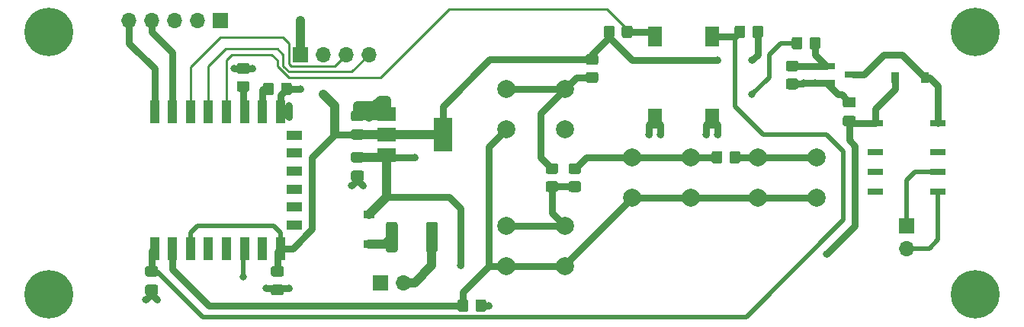
<source format=gbr>
%TF.GenerationSoftware,KiCad,Pcbnew,5.1.12-84ad8e8a86~92~ubuntu20.04.1*%
%TF.CreationDate,2022-01-15T19:27:07+01:00*%
%TF.ProjectId,autotrigger_dslr,6175746f-7472-4696-9767-65725f64736c,rev?*%
%TF.SameCoordinates,Original*%
%TF.FileFunction,Copper,L1,Top*%
%TF.FilePolarity,Positive*%
%FSLAX46Y46*%
G04 Gerber Fmt 4.6, Leading zero omitted, Abs format (unit mm)*
G04 Created by KiCad (PCBNEW 5.1.12-84ad8e8a86~92~ubuntu20.04.1) date 2022-01-15 19:27:07*
%MOMM*%
%LPD*%
G01*
G04 APERTURE LIST*
%TA.AperFunction,ComponentPad*%
%ADD10C,5.400000*%
%TD*%
%TA.AperFunction,ComponentPad*%
%ADD11R,1.700000X1.700000*%
%TD*%
%TA.AperFunction,ComponentPad*%
%ADD12O,1.700000X1.700000*%
%TD*%
%TA.AperFunction,SMDPad,CuDef*%
%ADD13R,1.800000X0.800000*%
%TD*%
%TA.AperFunction,SMDPad,CuDef*%
%ADD14R,1.900000X0.800000*%
%TD*%
%TA.AperFunction,SMDPad,CuDef*%
%ADD15R,1.600000X2.180000*%
%TD*%
%TA.AperFunction,ComponentPad*%
%ADD16C,2.000000*%
%TD*%
%TA.AperFunction,SMDPad,CuDef*%
%ADD17R,1.000000X2.500000*%
%TD*%
%TA.AperFunction,SMDPad,CuDef*%
%ADD18R,1.800000X1.000000*%
%TD*%
%TA.AperFunction,SMDPad,CuDef*%
%ADD19R,2.000000X3.800000*%
%TD*%
%TA.AperFunction,SMDPad,CuDef*%
%ADD20R,2.000000X1.500000*%
%TD*%
%TA.AperFunction,SMDPad,CuDef*%
%ADD21R,0.900000X1.200000*%
%TD*%
%TA.AperFunction,SMDPad,CuDef*%
%ADD22R,1.200000X0.900000*%
%TD*%
%TA.AperFunction,ViaPad*%
%ADD23C,0.800000*%
%TD*%
%TA.AperFunction,Conductor*%
%ADD24C,1.000000*%
%TD*%
%TA.AperFunction,Conductor*%
%ADD25C,0.750000*%
%TD*%
%TA.AperFunction,Conductor*%
%ADD26C,0.500000*%
%TD*%
%TA.AperFunction,Conductor*%
%ADD27C,0.250000*%
%TD*%
G04 APERTURE END LIST*
%TO.P,C1,2*%
%TO.N,GND*%
%TA.AperFunction,SMDPad,CuDef*%
G36*
G01*
X64295000Y-90387500D02*
X65245000Y-90387500D01*
G75*
G02*
X65495000Y-90637500I0J-250000D01*
G01*
X65495000Y-91312500D01*
G75*
G02*
X65245000Y-91562500I-250000J0D01*
G01*
X64295000Y-91562500D01*
G75*
G02*
X64045000Y-91312500I0J250000D01*
G01*
X64045000Y-90637500D01*
G75*
G02*
X64295000Y-90387500I250000J0D01*
G01*
G37*
%TD.AperFunction*%
%TO.P,C1,1*%
%TO.N,+5V*%
%TA.AperFunction,SMDPad,CuDef*%
G36*
G01*
X64295000Y-88312500D02*
X65245000Y-88312500D01*
G75*
G02*
X65495000Y-88562500I0J-250000D01*
G01*
X65495000Y-89237500D01*
G75*
G02*
X65245000Y-89487500I-250000J0D01*
G01*
X64295000Y-89487500D01*
G75*
G02*
X64045000Y-89237500I0J250000D01*
G01*
X64045000Y-88562500D01*
G75*
G02*
X64295000Y-88312500I250000J0D01*
G01*
G37*
%TD.AperFunction*%
%TD*%
%TO.P,C2,1*%
%TO.N,+3V3*%
%TA.AperFunction,SMDPad,CuDef*%
G36*
G01*
X65245000Y-86947500D02*
X64295000Y-86947500D01*
G75*
G02*
X64045000Y-86697500I0J250000D01*
G01*
X64045000Y-86022500D01*
G75*
G02*
X64295000Y-85772500I250000J0D01*
G01*
X65245000Y-85772500D01*
G75*
G02*
X65495000Y-86022500I0J-250000D01*
G01*
X65495000Y-86697500D01*
G75*
G02*
X65245000Y-86947500I-250000J0D01*
G01*
G37*
%TD.AperFunction*%
%TO.P,C2,2*%
%TO.N,GND*%
%TA.AperFunction,SMDPad,CuDef*%
G36*
G01*
X65245000Y-84872500D02*
X64295000Y-84872500D01*
G75*
G02*
X64045000Y-84622500I0J250000D01*
G01*
X64045000Y-83947500D01*
G75*
G02*
X64295000Y-83697500I250000J0D01*
G01*
X65245000Y-83697500D01*
G75*
G02*
X65495000Y-83947500I0J-250000D01*
G01*
X65495000Y-84622500D01*
G75*
G02*
X65245000Y-84872500I-250000J0D01*
G01*
G37*
%TD.AperFunction*%
%TD*%
%TO.P,C3,1*%
%TO.N,rst*%
%TA.AperFunction,SMDPad,CuDef*%
G36*
G01*
X41435000Y-101012500D02*
X42385000Y-101012500D01*
G75*
G02*
X42635000Y-101262500I0J-250000D01*
G01*
X42635000Y-101937500D01*
G75*
G02*
X42385000Y-102187500I-250000J0D01*
G01*
X41435000Y-102187500D01*
G75*
G02*
X41185000Y-101937500I0J250000D01*
G01*
X41185000Y-101262500D01*
G75*
G02*
X41435000Y-101012500I250000J0D01*
G01*
G37*
%TD.AperFunction*%
%TO.P,C3,2*%
%TO.N,GND*%
%TA.AperFunction,SMDPad,CuDef*%
G36*
G01*
X41435000Y-103087500D02*
X42385000Y-103087500D01*
G75*
G02*
X42635000Y-103337500I0J-250000D01*
G01*
X42635000Y-104012500D01*
G75*
G02*
X42385000Y-104262500I-250000J0D01*
G01*
X41435000Y-104262500D01*
G75*
G02*
X41185000Y-104012500I0J250000D01*
G01*
X41185000Y-103337500D01*
G75*
G02*
X41435000Y-103087500I250000J0D01*
G01*
G37*
%TD.AperFunction*%
%TD*%
%TO.P,C4,1*%
%TO.N,+5V*%
%TA.AperFunction,SMDPad,CuDef*%
G36*
G01*
X119855000Y-85445000D02*
X118905000Y-85445000D01*
G75*
G02*
X118655000Y-85195000I0J250000D01*
G01*
X118655000Y-84520000D01*
G75*
G02*
X118905000Y-84270000I250000J0D01*
G01*
X119855000Y-84270000D01*
G75*
G02*
X120105000Y-84520000I0J-250000D01*
G01*
X120105000Y-85195000D01*
G75*
G02*
X119855000Y-85445000I-250000J0D01*
G01*
G37*
%TD.AperFunction*%
%TO.P,C4,2*%
%TO.N,GND*%
%TA.AperFunction,SMDPad,CuDef*%
G36*
G01*
X119855000Y-83370000D02*
X118905000Y-83370000D01*
G75*
G02*
X118655000Y-83120000I0J250000D01*
G01*
X118655000Y-82445000D01*
G75*
G02*
X118905000Y-82195000I250000J0D01*
G01*
X119855000Y-82195000D01*
G75*
G02*
X120105000Y-82445000I0J-250000D01*
G01*
X120105000Y-83120000D01*
G75*
G02*
X119855000Y-83370000I-250000J0D01*
G01*
G37*
%TD.AperFunction*%
%TD*%
%TO.P,C5,2*%
%TO.N,+3V3*%
%TA.AperFunction,SMDPad,CuDef*%
G36*
G01*
X56355000Y-102187500D02*
X55405000Y-102187500D01*
G75*
G02*
X55155000Y-101937500I0J250000D01*
G01*
X55155000Y-101262500D01*
G75*
G02*
X55405000Y-101012500I250000J0D01*
G01*
X56355000Y-101012500D01*
G75*
G02*
X56605000Y-101262500I0J-250000D01*
G01*
X56605000Y-101937500D01*
G75*
G02*
X56355000Y-102187500I-250000J0D01*
G01*
G37*
%TD.AperFunction*%
%TO.P,C5,1*%
%TO.N,GND*%
%TA.AperFunction,SMDPad,CuDef*%
G36*
G01*
X56355000Y-104262500D02*
X55405000Y-104262500D01*
G75*
G02*
X55155000Y-104012500I0J250000D01*
G01*
X55155000Y-103337500D01*
G75*
G02*
X55405000Y-103087500I250000J0D01*
G01*
X56355000Y-103087500D01*
G75*
G02*
X56605000Y-103337500I0J-250000D01*
G01*
X56605000Y-104012500D01*
G75*
G02*
X56355000Y-104262500I-250000J0D01*
G01*
G37*
%TD.AperFunction*%
%TD*%
D10*
%TO.P,H1,1*%
%TO.N,GND*%
X30480000Y-74930000D03*
%TD*%
%TO.P,H2,1*%
%TO.N,GND*%
X30480000Y-104140000D03*
%TD*%
%TO.P,H3,1*%
%TO.N,GND*%
X133350000Y-104140000D03*
%TD*%
%TO.P,H4,1*%
%TO.N,GND*%
X133350000Y-74930000D03*
%TD*%
D11*
%TO.P,J1,1*%
%TO.N,GND*%
X49530000Y-73660000D03*
D12*
%TO.P,J1,2*%
%TO.N,+5V*%
X46990000Y-73660000D03*
%TO.P,J1,3*%
%TO.N,+3V3*%
X44450000Y-73660000D03*
%TO.P,J1,4*%
%TO.N,RX*%
X41910000Y-73660000D03*
%TO.P,J1,5*%
%TO.N,TX*%
X39370000Y-73660000D03*
%TD*%
D11*
%TO.P,J2,1*%
%TO.N,GND*%
X58420000Y-77470000D03*
D12*
%TO.P,J2,2*%
%TO.N,+3V3*%
X60960000Y-77470000D03*
%TO.P,J2,3*%
%TO.N,scl*%
X63500000Y-77470000D03*
%TO.P,J2,4*%
%TO.N,sda*%
X66040000Y-77470000D03*
%TD*%
D11*
%TO.P,J3,1*%
%TO.N,trig2*%
X125730000Y-96520000D03*
D12*
%TO.P,J3,2*%
%TO.N,trig1*%
X125730000Y-99060000D03*
%TD*%
%TO.P,J4,2*%
%TO.N,Vin*%
X69850000Y-102870000D03*
D11*
%TO.P,J4,1*%
%TO.N,GND*%
X67310000Y-102870000D03*
%TD*%
D13*
%TO.P,K1,8*%
%TO.N,Net-(D1-Pad2)*%
X129230000Y-85100000D03*
%TO.P,K1,7*%
%TO.N,Net-(K1-Pad7)*%
X129230000Y-88300000D03*
%TO.P,K1,6*%
%TO.N,trig2*%
X129230000Y-90500000D03*
%TO.P,K1,5*%
%TO.N,trig1*%
X129230000Y-92700000D03*
%TO.P,K1,4*%
%TO.N,Net-(K1-Pad4)*%
X122230000Y-92700000D03*
%TO.P,K1,3*%
%TO.N,Net-(K1-Pad3)*%
X122230000Y-90500000D03*
%TO.P,K1,2*%
%TO.N,Net-(K1-Pad2)*%
X122230000Y-88300000D03*
%TO.P,K1,1*%
%TO.N,+5V*%
X122230000Y-85100000D03*
%TD*%
D14*
%TO.P,Q1,1*%
%TO.N,Net-(Q1-Pad1)*%
X116840000Y-78740000D03*
%TO.P,Q1,2*%
%TO.N,GND*%
X116840000Y-80640000D03*
%TO.P,Q1,3*%
%TO.N,Net-(D1-Pad2)*%
X119840000Y-79690000D03*
%TD*%
%TO.P,R1,1*%
%TO.N,+3V3*%
%TA.AperFunction,SMDPad,CuDef*%
G36*
G01*
X109820000Y-74479999D02*
X109820000Y-75380001D01*
G75*
G02*
X109570001Y-75630000I-249999J0D01*
G01*
X108869999Y-75630000D01*
G75*
G02*
X108620000Y-75380001I0J249999D01*
G01*
X108620000Y-74479999D01*
G75*
G02*
X108869999Y-74230000I249999J0D01*
G01*
X109570001Y-74230000D01*
G75*
G02*
X109820000Y-74479999I0J-249999D01*
G01*
G37*
%TD.AperFunction*%
%TO.P,R1,2*%
%TO.N,rst*%
%TA.AperFunction,SMDPad,CuDef*%
G36*
G01*
X107820000Y-74479999D02*
X107820000Y-75380001D01*
G75*
G02*
X107570001Y-75630000I-249999J0D01*
G01*
X106869999Y-75630000D01*
G75*
G02*
X106620000Y-75380001I0J249999D01*
G01*
X106620000Y-74479999D01*
G75*
G02*
X106869999Y-74230000I249999J0D01*
G01*
X107570001Y-74230000D01*
G75*
G02*
X107820000Y-74479999I0J-249999D01*
G01*
G37*
%TD.AperFunction*%
%TD*%
%TO.P,R2,2*%
%TO.N,boot*%
%TA.AperFunction,SMDPad,CuDef*%
G36*
G01*
X94110000Y-75380001D02*
X94110000Y-74479999D01*
G75*
G02*
X94359999Y-74230000I249999J0D01*
G01*
X95060001Y-74230000D01*
G75*
G02*
X95310000Y-74479999I0J-249999D01*
G01*
X95310000Y-75380001D01*
G75*
G02*
X95060001Y-75630000I-249999J0D01*
G01*
X94359999Y-75630000D01*
G75*
G02*
X94110000Y-75380001I0J249999D01*
G01*
G37*
%TD.AperFunction*%
%TO.P,R2,1*%
%TO.N,+3V3*%
%TA.AperFunction,SMDPad,CuDef*%
G36*
G01*
X92110000Y-75380001D02*
X92110000Y-74479999D01*
G75*
G02*
X92359999Y-74230000I249999J0D01*
G01*
X93060001Y-74230000D01*
G75*
G02*
X93310000Y-74479999I0J-249999D01*
G01*
X93310000Y-75380001D01*
G75*
G02*
X93060001Y-75630000I-249999J0D01*
G01*
X92359999Y-75630000D01*
G75*
G02*
X92110000Y-75380001I0J249999D01*
G01*
G37*
%TD.AperFunction*%
%TD*%
%TO.P,R3,1*%
%TO.N,Net-(Q1-Pad1)*%
%TA.AperFunction,SMDPad,CuDef*%
G36*
G01*
X116170000Y-75749999D02*
X116170000Y-76650001D01*
G75*
G02*
X115920001Y-76900000I-249999J0D01*
G01*
X115219999Y-76900000D01*
G75*
G02*
X114970000Y-76650001I0J249999D01*
G01*
X114970000Y-75749999D01*
G75*
G02*
X115219999Y-75500000I249999J0D01*
G01*
X115920001Y-75500000D01*
G75*
G02*
X116170000Y-75749999I0J-249999D01*
G01*
G37*
%TD.AperFunction*%
%TO.P,R3,2*%
%TO.N,relay*%
%TA.AperFunction,SMDPad,CuDef*%
G36*
G01*
X114170000Y-75749999D02*
X114170000Y-76650001D01*
G75*
G02*
X113920001Y-76900000I-249999J0D01*
G01*
X113219999Y-76900000D01*
G75*
G02*
X112970000Y-76650001I0J249999D01*
G01*
X112970000Y-75749999D01*
G75*
G02*
X113219999Y-75500000I249999J0D01*
G01*
X113920001Y-75500000D01*
G75*
G02*
X114170000Y-75749999I0J-249999D01*
G01*
G37*
%TD.AperFunction*%
%TD*%
%TO.P,R4,2*%
%TO.N,GND*%
%TA.AperFunction,SMDPad,CuDef*%
G36*
G01*
X112579999Y-80140000D02*
X113480001Y-80140000D01*
G75*
G02*
X113730000Y-80389999I0J-249999D01*
G01*
X113730000Y-81090001D01*
G75*
G02*
X113480001Y-81340000I-249999J0D01*
G01*
X112579999Y-81340000D01*
G75*
G02*
X112330000Y-81090001I0J249999D01*
G01*
X112330000Y-80389999D01*
G75*
G02*
X112579999Y-80140000I249999J0D01*
G01*
G37*
%TD.AperFunction*%
%TO.P,R4,1*%
%TO.N,Net-(Q1-Pad1)*%
%TA.AperFunction,SMDPad,CuDef*%
G36*
G01*
X112579999Y-78140000D02*
X113480001Y-78140000D01*
G75*
G02*
X113730000Y-78389999I0J-249999D01*
G01*
X113730000Y-79090001D01*
G75*
G02*
X113480001Y-79340000I-249999J0D01*
G01*
X112579999Y-79340000D01*
G75*
G02*
X112330000Y-79090001I0J249999D01*
G01*
X112330000Y-78389999D01*
G75*
G02*
X112579999Y-78140000I249999J0D01*
G01*
G37*
%TD.AperFunction*%
%TD*%
%TO.P,R5,2*%
%TO.N,+3V3*%
%TA.AperFunction,SMDPad,CuDef*%
G36*
G01*
X91255001Y-78610000D02*
X90354999Y-78610000D01*
G75*
G02*
X90105000Y-78360001I0J249999D01*
G01*
X90105000Y-77659999D01*
G75*
G02*
X90354999Y-77410000I249999J0D01*
G01*
X91255001Y-77410000D01*
G75*
G02*
X91505000Y-77659999I0J-249999D01*
G01*
X91505000Y-78360001D01*
G75*
G02*
X91255001Y-78610000I-249999J0D01*
G01*
G37*
%TD.AperFunction*%
%TO.P,R5,1*%
%TO.N,Net-(R5-Pad1)*%
%TA.AperFunction,SMDPad,CuDef*%
G36*
G01*
X91255001Y-80610000D02*
X90354999Y-80610000D01*
G75*
G02*
X90105000Y-80360001I0J249999D01*
G01*
X90105000Y-79659999D01*
G75*
G02*
X90354999Y-79410000I249999J0D01*
G01*
X91255001Y-79410000D01*
G75*
G02*
X91505000Y-79659999I0J-249999D01*
G01*
X91505000Y-80360001D01*
G75*
G02*
X91255001Y-80610000I-249999J0D01*
G01*
G37*
%TD.AperFunction*%
%TD*%
%TO.P,R6,1*%
%TO.N,Net-(R6-Pad1)*%
%TA.AperFunction,SMDPad,CuDef*%
G36*
G01*
X86810001Y-92770000D02*
X85909999Y-92770000D01*
G75*
G02*
X85660000Y-92520001I0J249999D01*
G01*
X85660000Y-91819999D01*
G75*
G02*
X85909999Y-91570000I249999J0D01*
G01*
X86810001Y-91570000D01*
G75*
G02*
X87060000Y-91819999I0J-249999D01*
G01*
X87060000Y-92520001D01*
G75*
G02*
X86810001Y-92770000I-249999J0D01*
G01*
G37*
%TD.AperFunction*%
%TO.P,R6,2*%
%TO.N,Net-(R5-Pad1)*%
%TA.AperFunction,SMDPad,CuDef*%
G36*
G01*
X86810001Y-90770000D02*
X85909999Y-90770000D01*
G75*
G02*
X85660000Y-90520001I0J249999D01*
G01*
X85660000Y-89819999D01*
G75*
G02*
X85909999Y-89570000I249999J0D01*
G01*
X86810001Y-89570000D01*
G75*
G02*
X87060000Y-89819999I0J-249999D01*
G01*
X87060000Y-90520001D01*
G75*
G02*
X86810001Y-90770000I-249999J0D01*
G01*
G37*
%TD.AperFunction*%
%TD*%
%TO.P,R7,2*%
%TO.N,Net-(R6-Pad1)*%
%TA.AperFunction,SMDPad,CuDef*%
G36*
G01*
X88449999Y-91570000D02*
X89350001Y-91570000D01*
G75*
G02*
X89600000Y-91819999I0J-249999D01*
G01*
X89600000Y-92520001D01*
G75*
G02*
X89350001Y-92770000I-249999J0D01*
G01*
X88449999Y-92770000D01*
G75*
G02*
X88200000Y-92520001I0J249999D01*
G01*
X88200000Y-91819999D01*
G75*
G02*
X88449999Y-91570000I249999J0D01*
G01*
G37*
%TD.AperFunction*%
%TO.P,R7,1*%
%TO.N,Net-(R7-Pad1)*%
%TA.AperFunction,SMDPad,CuDef*%
G36*
G01*
X88449999Y-89570000D02*
X89350001Y-89570000D01*
G75*
G02*
X89600000Y-89819999I0J-249999D01*
G01*
X89600000Y-90520001D01*
G75*
G02*
X89350001Y-90770000I-249999J0D01*
G01*
X88449999Y-90770000D01*
G75*
G02*
X88200000Y-90520001I0J249999D01*
G01*
X88200000Y-89819999D01*
G75*
G02*
X88449999Y-89570000I249999J0D01*
G01*
G37*
%TD.AperFunction*%
%TD*%
%TO.P,R8,1*%
%TO.N,Net-(R8-Pad1)*%
%TA.AperFunction,SMDPad,CuDef*%
G36*
G01*
X107280000Y-88449999D02*
X107280000Y-89350001D01*
G75*
G02*
X107030001Y-89600000I-249999J0D01*
G01*
X106329999Y-89600000D01*
G75*
G02*
X106080000Y-89350001I0J249999D01*
G01*
X106080000Y-88449999D01*
G75*
G02*
X106329999Y-88200000I249999J0D01*
G01*
X107030001Y-88200000D01*
G75*
G02*
X107280000Y-88449999I0J-249999D01*
G01*
G37*
%TD.AperFunction*%
%TO.P,R8,2*%
%TO.N,Net-(R7-Pad1)*%
%TA.AperFunction,SMDPad,CuDef*%
G36*
G01*
X105280000Y-88449999D02*
X105280000Y-89350001D01*
G75*
G02*
X105030001Y-89600000I-249999J0D01*
G01*
X104329999Y-89600000D01*
G75*
G02*
X104080000Y-89350001I0J249999D01*
G01*
X104080000Y-88449999D01*
G75*
G02*
X104329999Y-88200000I249999J0D01*
G01*
X105030001Y-88200000D01*
G75*
G02*
X105280000Y-88449999I0J-249999D01*
G01*
G37*
%TD.AperFunction*%
%TD*%
%TO.P,R9,2*%
%TO.N,GND*%
%TA.AperFunction,SMDPad,CuDef*%
G36*
G01*
X77870000Y-105860001D02*
X77870000Y-104959999D01*
G75*
G02*
X78119999Y-104710000I249999J0D01*
G01*
X78820001Y-104710000D01*
G75*
G02*
X79070000Y-104959999I0J-249999D01*
G01*
X79070000Y-105860001D01*
G75*
G02*
X78820001Y-106110000I-249999J0D01*
G01*
X78119999Y-106110000D01*
G75*
G02*
X77870000Y-105860001I0J249999D01*
G01*
G37*
%TD.AperFunction*%
%TO.P,R9,1*%
%TO.N,a_sw*%
%TA.AperFunction,SMDPad,CuDef*%
G36*
G01*
X75870000Y-105860001D02*
X75870000Y-104959999D01*
G75*
G02*
X76119999Y-104710000I249999J0D01*
G01*
X76820001Y-104710000D01*
G75*
G02*
X77070000Y-104959999I0J-249999D01*
G01*
X77070000Y-105860001D01*
G75*
G02*
X76820001Y-106110000I-249999J0D01*
G01*
X76119999Y-106110000D01*
G75*
G02*
X75870000Y-105860001I0J249999D01*
G01*
G37*
%TD.AperFunction*%
%TD*%
%TO.P,R10,1*%
%TO.N,+3V3*%
%TA.AperFunction,SMDPad,CuDef*%
G36*
G01*
X51619999Y-78410000D02*
X52520001Y-78410000D01*
G75*
G02*
X52770000Y-78659999I0J-249999D01*
G01*
X52770000Y-79360001D01*
G75*
G02*
X52520001Y-79610000I-249999J0D01*
G01*
X51619999Y-79610000D01*
G75*
G02*
X51370000Y-79360001I0J249999D01*
G01*
X51370000Y-78659999D01*
G75*
G02*
X51619999Y-78410000I249999J0D01*
G01*
G37*
%TD.AperFunction*%
%TO.P,R10,2*%
%TO.N,Net-(R10-Pad2)*%
%TA.AperFunction,SMDPad,CuDef*%
G36*
G01*
X51619999Y-80410000D02*
X52520001Y-80410000D01*
G75*
G02*
X52770000Y-80659999I0J-249999D01*
G01*
X52770000Y-81360001D01*
G75*
G02*
X52520001Y-81610000I-249999J0D01*
G01*
X51619999Y-81610000D01*
G75*
G02*
X51370000Y-81360001I0J249999D01*
G01*
X51370000Y-80659999D01*
G75*
G02*
X51619999Y-80410000I249999J0D01*
G01*
G37*
%TD.AperFunction*%
%TD*%
%TO.P,R11,1*%
%TO.N,GND*%
%TA.AperFunction,SMDPad,CuDef*%
G36*
G01*
X57480000Y-80829999D02*
X57480000Y-81730001D01*
G75*
G02*
X57230001Y-81980000I-249999J0D01*
G01*
X56529999Y-81980000D01*
G75*
G02*
X56280000Y-81730001I0J249999D01*
G01*
X56280000Y-80829999D01*
G75*
G02*
X56529999Y-80580000I249999J0D01*
G01*
X57230001Y-80580000D01*
G75*
G02*
X57480000Y-80829999I0J-249999D01*
G01*
G37*
%TD.AperFunction*%
%TO.P,R11,2*%
%TO.N,Net-(R11-Pad2)*%
%TA.AperFunction,SMDPad,CuDef*%
G36*
G01*
X55480000Y-80829999D02*
X55480000Y-81730001D01*
G75*
G02*
X55230001Y-81980000I-249999J0D01*
G01*
X54529999Y-81980000D01*
G75*
G02*
X54280000Y-81730001I0J249999D01*
G01*
X54280000Y-80829999D01*
G75*
G02*
X54529999Y-80580000I249999J0D01*
G01*
X55230001Y-80580000D01*
G75*
G02*
X55480000Y-80829999I0J-249999D01*
G01*
G37*
%TD.AperFunction*%
%TD*%
D15*
%TO.P,SW1,2*%
%TO.N,rst*%
X104140000Y-75420000D03*
%TO.P,SW1,1*%
%TO.N,GND*%
X104140000Y-84600000D03*
%TD*%
%TO.P,SW2,1*%
%TO.N,GND*%
X97790000Y-84600000D03*
%TO.P,SW2,2*%
%TO.N,boot*%
X97790000Y-75420000D03*
%TD*%
D16*
%TO.P,SW3,1*%
%TO.N,Net-(R5-Pad1)*%
X87780000Y-81280000D03*
%TO.P,SW3,2*%
%TO.N,a_sw*%
X87780000Y-85780000D03*
%TO.P,SW3,1*%
%TO.N,Net-(R5-Pad1)*%
X81280000Y-81280000D03*
%TO.P,SW3,2*%
%TO.N,a_sw*%
X81280000Y-85780000D03*
%TD*%
%TO.P,SW4,2*%
%TO.N,a_sw*%
X81280000Y-101020000D03*
%TO.P,SW4,1*%
%TO.N,Net-(R6-Pad1)*%
X81280000Y-96520000D03*
%TO.P,SW4,2*%
%TO.N,a_sw*%
X87780000Y-101020000D03*
%TO.P,SW4,1*%
%TO.N,Net-(R6-Pad1)*%
X87780000Y-96520000D03*
%TD*%
%TO.P,SW5,1*%
%TO.N,Net-(R7-Pad1)*%
X101750000Y-88900000D03*
%TO.P,SW5,2*%
%TO.N,a_sw*%
X101750000Y-93400000D03*
%TO.P,SW5,1*%
%TO.N,Net-(R7-Pad1)*%
X95250000Y-88900000D03*
%TO.P,SW5,2*%
%TO.N,a_sw*%
X95250000Y-93400000D03*
%TD*%
%TO.P,SW6,2*%
%TO.N,a_sw*%
X109220000Y-93400000D03*
%TO.P,SW6,1*%
%TO.N,Net-(R8-Pad1)*%
X109220000Y-88900000D03*
%TO.P,SW6,2*%
%TO.N,a_sw*%
X115720000Y-93400000D03*
%TO.P,SW6,1*%
%TO.N,Net-(R8-Pad1)*%
X115720000Y-88900000D03*
%TD*%
D17*
%TO.P,U1,1*%
%TO.N,rst*%
X42220000Y-99040000D03*
%TO.P,U1,2*%
%TO.N,a_sw*%
X44220000Y-99040000D03*
%TO.P,U1,3*%
%TO.N,+3V3*%
X46220000Y-99040000D03*
%TO.P,U1,4*%
%TO.N,Net-(U1-Pad4)*%
X48220000Y-99040000D03*
%TO.P,U1,5*%
%TO.N,Net-(U1-Pad5)*%
X50220000Y-99040000D03*
%TO.P,U1,6*%
%TO.N,relay*%
X52220000Y-99040000D03*
%TO.P,U1,7*%
%TO.N,Net-(U1-Pad7)*%
X54220000Y-99040000D03*
%TO.P,U1,8*%
%TO.N,+3V3*%
X56220000Y-99040000D03*
D18*
%TO.P,U1,9*%
%TO.N,Net-(U1-Pad9)*%
X57720000Y-96440000D03*
%TO.P,U1,10*%
%TO.N,Net-(U1-Pad10)*%
X57720000Y-94440000D03*
%TO.P,U1,11*%
%TO.N,Net-(U1-Pad11)*%
X57720000Y-92440000D03*
%TO.P,U1,12*%
%TO.N,Net-(U1-Pad12)*%
X57720000Y-90440000D03*
%TO.P,U1,13*%
%TO.N,Net-(U1-Pad13)*%
X57720000Y-88440000D03*
%TO.P,U1,14*%
%TO.N,Net-(U1-Pad14)*%
X57720000Y-86440000D03*
D17*
%TO.P,U1,15*%
%TO.N,GND*%
X56220000Y-83840000D03*
%TO.P,U1,16*%
%TO.N,Net-(R11-Pad2)*%
X54220000Y-83840000D03*
%TO.P,U1,17*%
%TO.N,Net-(R10-Pad2)*%
X52220000Y-83840000D03*
%TO.P,U1,18*%
%TO.N,boot*%
X50220000Y-83840000D03*
%TO.P,U1,19*%
%TO.N,sda*%
X48220000Y-83840000D03*
%TO.P,U1,20*%
%TO.N,scl*%
X46220000Y-83840000D03*
%TO.P,U1,21*%
%TO.N,RX*%
X44220000Y-83840000D03*
%TO.P,U1,22*%
%TO.N,TX*%
X42220000Y-83840000D03*
%TD*%
D19*
%TO.P,U2,2*%
%TO.N,+3V3*%
X74270000Y-86360000D03*
D20*
X67970000Y-86360000D03*
%TO.P,U2,3*%
%TO.N,+5V*%
X67970000Y-88660000D03*
%TO.P,U2,1*%
%TO.N,GND*%
X67970000Y-84060000D03*
%TD*%
D21*
%TO.P,D1,1*%
%TO.N,+5V*%
X124460000Y-80010000D03*
%TO.P,D1,2*%
%TO.N,Net-(D1-Pad2)*%
X127760000Y-80010000D03*
%TD*%
D22*
%TO.P,D2,1*%
%TO.N,+5V*%
X66040000Y-95250000D03*
%TO.P,D2,2*%
%TO.N,Net-(D2-Pad2)*%
X66040000Y-98550000D03*
%TD*%
%TO.P,F1,1*%
%TO.N,Net-(D2-Pad2)*%
%TA.AperFunction,SMDPad,CuDef*%
G36*
G01*
X67930000Y-99240001D02*
X67930000Y-96339999D01*
G75*
G02*
X68179999Y-96090000I249999J0D01*
G01*
X68980001Y-96090000D01*
G75*
G02*
X69230000Y-96339999I0J-249999D01*
G01*
X69230000Y-99240001D01*
G75*
G02*
X68980001Y-99490000I-249999J0D01*
G01*
X68179999Y-99490000D01*
G75*
G02*
X67930000Y-99240001I0J249999D01*
G01*
G37*
%TD.AperFunction*%
%TO.P,F1,2*%
%TO.N,Vin*%
%TA.AperFunction,SMDPad,CuDef*%
G36*
G01*
X72380000Y-99240001D02*
X72380000Y-96339999D01*
G75*
G02*
X72629999Y-96090000I249999J0D01*
G01*
X73430001Y-96090000D01*
G75*
G02*
X73680000Y-96339999I0J-249999D01*
G01*
X73680000Y-99240001D01*
G75*
G02*
X73430001Y-99490000I-249999J0D01*
G01*
X72629999Y-99490000D01*
G75*
G02*
X72380000Y-99240001I0J249999D01*
G01*
G37*
%TD.AperFunction*%
%TD*%
D23*
%TO.N,GND*%
X58420000Y-73660000D03*
X58420000Y-81280000D03*
X57150000Y-83185000D03*
X57150000Y-84455000D03*
X41275000Y-104775000D03*
X42545000Y-104775000D03*
X54610000Y-103505000D03*
X57150000Y-103505000D03*
X79375000Y-105410000D03*
X97155000Y-86360000D03*
X98425000Y-86360000D03*
X103505000Y-86360000D03*
X104775000Y-86360000D03*
X114300000Y-80645000D03*
X115570000Y-80645000D03*
X118110000Y-81915000D03*
X64770000Y-83185000D03*
X66040000Y-83185000D03*
X66040000Y-84455000D03*
X67945000Y-82550000D03*
X64135000Y-92075000D03*
X65405000Y-92075000D03*
%TO.N,+5V*%
X116840000Y-99695000D03*
X76200000Y-100965000D03*
X71120000Y-88900000D03*
%TO.N,+3V3*%
X60960000Y-81915000D03*
X104775000Y-78105000D03*
X108585000Y-78105000D03*
X51080001Y-79020001D03*
X53059999Y-79020001D03*
%TO.N,relay*%
X108585000Y-81915000D03*
X52070000Y-102235000D03*
%TD*%
D24*
%TO.N,GND*%
X58420000Y-77470000D02*
X58420000Y-73660000D01*
D25*
X114205000Y-80740000D02*
X114300000Y-80645000D01*
X113030000Y-80740000D02*
X114205000Y-80740000D01*
X116835000Y-80645000D02*
X116840000Y-80640000D01*
X114300000Y-80645000D02*
X116835000Y-80645000D01*
X116840000Y-80645000D02*
X118110000Y-81915000D01*
X116840000Y-80640000D02*
X116840000Y-80645000D01*
X118512500Y-81915000D02*
X119380000Y-82782500D01*
X118110000Y-81915000D02*
X118512500Y-81915000D01*
X104775000Y-85235000D02*
X104140000Y-84600000D01*
X104775000Y-86360000D02*
X104775000Y-85235000D01*
X103505000Y-85235000D02*
X104140000Y-84600000D01*
X103505000Y-86360000D02*
X103505000Y-85235000D01*
X97155000Y-85235000D02*
X97790000Y-84600000D01*
X97155000Y-86360000D02*
X97155000Y-85235000D01*
X98425000Y-85235000D02*
X97790000Y-84600000D01*
X98425000Y-86360000D02*
X98425000Y-85235000D01*
X56880000Y-81280000D02*
X58420000Y-81280000D01*
X56220000Y-81940000D02*
X56880000Y-81280000D01*
X56220000Y-83840000D02*
X56220000Y-81940000D01*
X56495000Y-83840000D02*
X57150000Y-83185000D01*
X56220000Y-83840000D02*
X56495000Y-83840000D01*
X56535000Y-83840000D02*
X57150000Y-84455000D01*
X56220000Y-83840000D02*
X56535000Y-83840000D01*
X57150000Y-84455000D02*
X57150000Y-83185000D01*
X55710000Y-103505000D02*
X55880000Y-103675000D01*
X54610000Y-103505000D02*
X55710000Y-103505000D01*
X56050000Y-103505000D02*
X55880000Y-103675000D01*
X57150000Y-103505000D02*
X56050000Y-103505000D01*
X41275000Y-104775000D02*
X41910000Y-104140000D01*
X41910000Y-104140000D02*
X41910000Y-103675000D01*
X42545000Y-104775000D02*
X41910000Y-104140000D01*
X79375000Y-105410000D02*
X78470000Y-105410000D01*
X64770000Y-91440000D02*
X64135000Y-92075000D01*
X64770000Y-90975000D02*
X64770000Y-91440000D01*
X65405000Y-92075000D02*
X64770000Y-91440000D01*
D24*
X67745000Y-84285000D02*
X67970000Y-84060000D01*
X64770000Y-84285000D02*
X67745000Y-84285000D01*
X67970000Y-82575000D02*
X67945000Y-82550000D01*
X67970000Y-84060000D02*
X67970000Y-82575000D01*
X67945000Y-82550000D02*
X67310000Y-82550000D01*
X67310000Y-82550000D02*
X66675000Y-83185000D01*
X66675000Y-83185000D02*
X64770000Y-83185000D01*
X64770000Y-83185000D02*
X64770000Y-84285000D01*
X66040000Y-84455000D02*
X64770000Y-83185000D01*
X66040000Y-83185000D02*
X66040000Y-84455000D01*
X67970000Y-84060000D02*
X66915000Y-84060000D01*
X66915000Y-84060000D02*
X66040000Y-83185000D01*
X67945000Y-82550000D02*
X66040000Y-84455000D01*
D25*
%TO.N,+5V*%
X124460000Y-80010000D02*
X124460000Y-81280000D01*
X122230000Y-83510000D02*
X122230000Y-85100000D01*
X124460000Y-81280000D02*
X122230000Y-83510000D01*
D24*
X67730000Y-88900000D02*
X67970000Y-88660000D01*
X64770000Y-88900000D02*
X67730000Y-88900000D01*
X67970000Y-93320000D02*
X67970000Y-88660000D01*
X66040000Y-95250000D02*
X67970000Y-93320000D01*
D25*
X119622500Y-85100000D02*
X119380000Y-84857500D01*
X122230000Y-85100000D02*
X119622500Y-85100000D01*
X119380000Y-84857500D02*
X119380000Y-86995000D01*
X119380000Y-86995000D02*
X120015000Y-87630000D01*
X120015000Y-87630000D02*
X120015000Y-96520000D01*
X120015000Y-96520000D02*
X116840000Y-99695000D01*
X74905000Y-93320000D02*
X67970000Y-93320000D01*
X76200000Y-94615000D02*
X74905000Y-93320000D01*
X76200000Y-100965000D02*
X76200000Y-94615000D01*
X68210000Y-88900000D02*
X67970000Y-88660000D01*
X71120000Y-88900000D02*
X68210000Y-88900000D01*
%TO.N,+3V3*%
X55880000Y-99380000D02*
X56220000Y-99040000D01*
X55880000Y-101600000D02*
X55880000Y-99380000D01*
D24*
X64770000Y-86360000D02*
X67970000Y-86360000D01*
X67970000Y-86360000D02*
X74270000Y-86360000D01*
D26*
X46220000Y-99040000D02*
X46220000Y-97290000D01*
X46220000Y-97290000D02*
X46990000Y-96520000D01*
X56220000Y-97290000D02*
X56220000Y-99040000D01*
X55450000Y-96520000D02*
X56220000Y-97290000D01*
X46990000Y-96520000D02*
X55450000Y-96520000D01*
D25*
X64770000Y-86360000D02*
X62230000Y-86360000D01*
X62230000Y-86360000D02*
X59690000Y-88900000D01*
X57555002Y-99040000D02*
X56220000Y-99040000D01*
X59690000Y-96905002D02*
X57555002Y-99040000D01*
X59690000Y-88900000D02*
X59690000Y-96905002D01*
D24*
X62230000Y-83185000D02*
X62230000Y-86360000D01*
X60960000Y-81915000D02*
X62230000Y-83185000D01*
D25*
X90170000Y-78010000D02*
X79470000Y-78010000D01*
X74270000Y-83210000D02*
X74270000Y-86360000D01*
X79470000Y-78010000D02*
X74270000Y-83210000D01*
X95250000Y-78105000D02*
X104775000Y-78105000D01*
X108585000Y-78105000D02*
X109220000Y-77470000D01*
X109220000Y-77470000D02*
X109220000Y-74930000D01*
X52059999Y-79020001D02*
X52070000Y-79010000D01*
X51080001Y-79020001D02*
X52059999Y-79020001D01*
X52080001Y-79020001D02*
X52070000Y-79010000D01*
X53059999Y-79020001D02*
X52080001Y-79020001D01*
X90805000Y-78010000D02*
X90805000Y-77470000D01*
X92710000Y-75565000D02*
X92710000Y-74930000D01*
X90805000Y-77470000D02*
X92710000Y-75565000D01*
X95250000Y-78105000D02*
X92710000Y-75565000D01*
%TO.N,rst*%
X106730000Y-75420000D02*
X107220000Y-74930000D01*
X104140000Y-75420000D02*
X106730000Y-75420000D01*
X41910000Y-99350000D02*
X42220000Y-99040000D01*
X41910000Y-101600000D02*
X41910000Y-99350000D01*
D26*
X109855000Y-86360000D02*
X106730000Y-83235000D01*
X118745000Y-88265000D02*
X116840000Y-86360000D01*
X106730000Y-83235000D02*
X106730000Y-75420000D01*
X118745000Y-95885000D02*
X118745000Y-88265000D01*
X107950000Y-106680000D02*
X118745000Y-95885000D01*
X47625000Y-106680000D02*
X107950000Y-106680000D01*
X116840000Y-86360000D02*
X109855000Y-86360000D01*
X42545000Y-101600000D02*
X47625000Y-106680000D01*
X41910000Y-101600000D02*
X42545000Y-101600000D01*
D25*
%TO.N,RX*%
X41910000Y-73660000D02*
X41910000Y-74930000D01*
X44220000Y-77240000D02*
X44220000Y-83840000D01*
X41910000Y-74930000D02*
X44220000Y-77240000D01*
%TO.N,TX*%
X39370000Y-73660000D02*
X39370000Y-76200000D01*
X42220000Y-79050000D02*
X42220000Y-83840000D01*
X39370000Y-76200000D02*
X42220000Y-79050000D01*
D27*
%TO.N,scl*%
X63500000Y-77470000D02*
X62230000Y-78740000D01*
X57404998Y-78740000D02*
X57150000Y-78485002D01*
X62230000Y-78740000D02*
X57404998Y-78740000D01*
X57150000Y-78485002D02*
X57150000Y-76200000D01*
X57150000Y-76200000D02*
X56515000Y-75565000D01*
X56515000Y-75565000D02*
X49530000Y-75565000D01*
X46220000Y-78875000D02*
X46220000Y-83840000D01*
X49530000Y-75565000D02*
X46220000Y-78875000D01*
%TO.N,sda*%
X50165000Y-76835000D02*
X48220000Y-78780000D01*
X48220000Y-78780000D02*
X48220000Y-83840000D01*
X55880000Y-76835000D02*
X50165000Y-76835000D01*
X56515000Y-77470000D02*
X55880000Y-76835000D01*
X56515000Y-77470000D02*
X56515000Y-78740000D01*
X56515000Y-78740000D02*
X57150000Y-79375000D01*
X64135000Y-79375000D02*
X66040000Y-77470000D01*
X57150000Y-79375000D02*
X64135000Y-79375000D01*
D26*
%TO.N,trig2*%
X129230000Y-90500000D02*
X126670000Y-90500000D01*
X125730000Y-91440000D02*
X125730000Y-96520000D01*
X126670000Y-90500000D02*
X125730000Y-91440000D01*
%TO.N,trig1*%
X129230000Y-92700000D02*
X129230000Y-98100000D01*
X128270000Y-99060000D02*
X125730000Y-99060000D01*
X129230000Y-98100000D02*
X128270000Y-99060000D01*
D25*
%TO.N,Net-(Q1-Pad1)*%
X115570000Y-77470000D02*
X116840000Y-78740000D01*
X115570000Y-76200000D02*
X115570000Y-77470000D01*
X113030000Y-78740000D02*
X116840000Y-78740000D01*
%TO.N,boot*%
X97300000Y-74930000D02*
X97790000Y-75420000D01*
X94980000Y-74930000D02*
X97300000Y-74930000D01*
D27*
X55245000Y-77470000D02*
X55880000Y-78105000D01*
X50220000Y-78050000D02*
X50800000Y-77470000D01*
X74930000Y-72390000D02*
X92440000Y-72390000D01*
X92440000Y-72390000D02*
X94980000Y-74930000D01*
X50220000Y-83840000D02*
X50220000Y-78050000D01*
X50800000Y-77470000D02*
X55245000Y-77470000D01*
X55880000Y-78105000D02*
X55880000Y-78740000D01*
X56064991Y-78926401D02*
X57148590Y-80010000D01*
X56064990Y-78924990D02*
X56064991Y-78926401D01*
X55880000Y-78740000D02*
X56064990Y-78924990D01*
X67310000Y-80010000D02*
X74930000Y-72390000D01*
X57148590Y-80010000D02*
X67310000Y-80010000D01*
D26*
%TO.N,relay*%
X113570000Y-76200000D02*
X111760000Y-76200000D01*
X111760000Y-76200000D02*
X110490000Y-77470000D01*
X110490000Y-80010000D02*
X108585000Y-81915000D01*
X110490000Y-77470000D02*
X110490000Y-80010000D01*
X52070000Y-99190000D02*
X52220000Y-99040000D01*
X52070000Y-102235000D02*
X52070000Y-99190000D01*
D25*
%TO.N,Net-(R5-Pad1)*%
X89050000Y-80010000D02*
X87780000Y-81280000D01*
X90170000Y-80010000D02*
X89050000Y-80010000D01*
X87780000Y-81280000D02*
X85090000Y-83970000D01*
X85090000Y-88900000D02*
X86360000Y-90170000D01*
X85090000Y-83970000D02*
X85090000Y-88900000D01*
X81280000Y-81280000D02*
X87780000Y-81280000D01*
%TO.N,Net-(R6-Pad1)*%
X86360000Y-92170000D02*
X88900000Y-92170000D01*
X86360000Y-95100000D02*
X87780000Y-96520000D01*
X86360000Y-92170000D02*
X86360000Y-95100000D01*
X81280000Y-96520000D02*
X87780000Y-96520000D01*
%TO.N,Net-(R7-Pad1)*%
X88900000Y-90170000D02*
X90170000Y-88900000D01*
X90170000Y-88900000D02*
X95250000Y-88900000D01*
X95250000Y-88900000D02*
X101750000Y-88900000D01*
X101750000Y-88900000D02*
X104680000Y-88900000D01*
%TO.N,Net-(R8-Pad1)*%
X106680000Y-88900000D02*
X109220000Y-88900000D01*
X109220000Y-88900000D02*
X115720000Y-88900000D01*
%TO.N,a_sw*%
X115720000Y-93400000D02*
X95250000Y-93400000D01*
X87780000Y-100870000D02*
X87780000Y-101020000D01*
X95250000Y-93400000D02*
X87780000Y-100870000D01*
X87780000Y-101020000D02*
X81280000Y-101020000D01*
X81280000Y-101020000D02*
X79320000Y-101020000D01*
X76470000Y-103870000D02*
X76470000Y-105410000D01*
X79320000Y-101020000D02*
X76470000Y-103870000D01*
X79320000Y-87740000D02*
X79320000Y-101020000D01*
X81280000Y-85780000D02*
X79320000Y-87740000D01*
X76470000Y-105410000D02*
X48260000Y-105410000D01*
X44220000Y-101370000D02*
X44220000Y-99040000D01*
X48260000Y-105410000D02*
X44220000Y-101370000D01*
%TO.N,Net-(R10-Pad2)*%
X52070000Y-83690000D02*
X52220000Y-83840000D01*
X52070000Y-81010000D02*
X52070000Y-83690000D01*
%TO.N,Net-(R11-Pad2)*%
X54220000Y-81400000D02*
X54610000Y-81010000D01*
X54220000Y-83840000D02*
X54220000Y-81400000D01*
%TO.N,Net-(D1-Pad2)*%
X127760000Y-80010000D02*
X128270000Y-80010000D01*
X129230000Y-80970000D02*
X129230000Y-85100000D01*
X128270000Y-80010000D02*
X129230000Y-80970000D01*
X125220000Y-77470000D02*
X127760000Y-80010000D01*
X123190000Y-77470000D02*
X125220000Y-77470000D01*
X120970000Y-79690000D02*
X123190000Y-77470000D01*
X119840000Y-79690000D02*
X120970000Y-79690000D01*
D24*
%TO.N,Net-(D2-Pad2)*%
X67820000Y-98550000D02*
X68580000Y-97790000D01*
X66040000Y-98550000D02*
X67820000Y-98550000D01*
%TO.N,Vin*%
X69850000Y-102870000D02*
X71120000Y-102870000D01*
X73030000Y-100960000D02*
X73030000Y-97790000D01*
X71120000Y-102870000D02*
X73030000Y-100960000D01*
%TD*%
M02*

</source>
